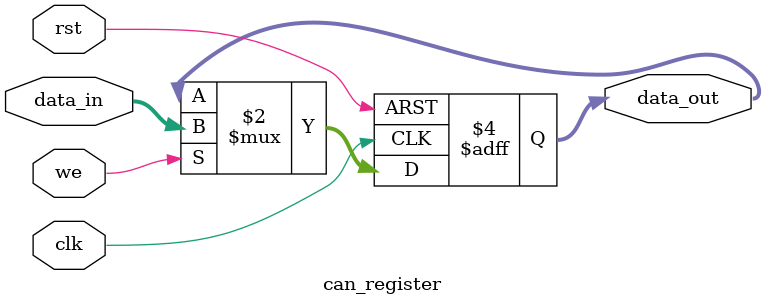
<source format=v>

`include "timescale.v"
// synopsys translate_on


module can_register
( data_in,
  data_out,
  we,
  clk,
  rst
);

parameter WIDTH = 8; // default parameter of the register width

input [WIDTH-1:0] data_in;
input             we;
input             clk;
input             rst;

output [WIDTH-1:0] data_out;
reg    [WIDTH-1:0] data_out;



always @ (posedge clk or posedge rst)
begin
  if (rst) data_out <= 8'd0;
  else if (we)                        // write
    data_out<=#1 data_in;
end



endmodule

</source>
